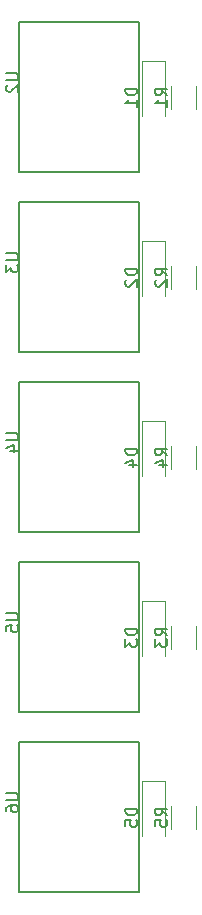
<source format=gbr>
G04 #@! TF.GenerationSoftware,KiCad,Pcbnew,(5.0.0-rc2-dev-632-g76d3b6f04)*
G04 #@! TF.CreationDate,2018-11-25T05:17:50+09:00*
G04 #@! TF.ProjectId,I2C_color_sensor_v1,4932435F636F6C6F725F73656E736F72,rev?*
G04 #@! TF.SameCoordinates,Original*
G04 #@! TF.FileFunction,Legend,Bot*
G04 #@! TF.FilePolarity,Positive*
%FSLAX46Y46*%
G04 Gerber Fmt 4.6, Leading zero omitted, Abs format (unit mm)*
G04 Created by KiCad (PCBNEW (5.0.0-rc2-dev-632-g76d3b6f04)) date 11/25/18 05:17:50*
%MOMM*%
%LPD*%
G01*
G04 APERTURE LIST*
%ADD10C,0.150000*%
%ADD11C,0.120000*%
G04 APERTURE END LIST*
D10*
X158020000Y-94790000D02*
X158020000Y-107490000D01*
X147860000Y-94790000D02*
X158020000Y-94790000D01*
X147860000Y-107490000D02*
X147860000Y-94790000D01*
X158020000Y-107490000D02*
X147860000Y-107490000D01*
D11*
X158340000Y-67560000D02*
X158340000Y-72260000D01*
X160240000Y-67560000D02*
X160240000Y-72260000D01*
X158340000Y-67560000D02*
X160240000Y-67560000D01*
X158340000Y-82800000D02*
X160240000Y-82800000D01*
X160240000Y-82800000D02*
X160240000Y-87500000D01*
X158340000Y-82800000D02*
X158340000Y-87500000D01*
X158340000Y-113280000D02*
X158340000Y-117980000D01*
X160240000Y-113280000D02*
X160240000Y-117980000D01*
X158340000Y-113280000D02*
X160240000Y-113280000D01*
X158340000Y-98040000D02*
X160240000Y-98040000D01*
X160240000Y-98040000D02*
X160240000Y-102740000D01*
X158340000Y-98040000D02*
X158340000Y-102740000D01*
X158340000Y-128520000D02*
X158340000Y-133220000D01*
X160240000Y-128520000D02*
X160240000Y-133220000D01*
X158340000Y-128520000D02*
X160240000Y-128520000D01*
D10*
X158020000Y-64310000D02*
X158020000Y-77010000D01*
X147860000Y-64310000D02*
X158020000Y-64310000D01*
X147860000Y-77010000D02*
X147860000Y-64310000D01*
X158020000Y-77010000D02*
X147860000Y-77010000D01*
X158020000Y-92250000D02*
X147860000Y-92250000D01*
X147860000Y-92250000D02*
X147860000Y-79550000D01*
X147860000Y-79550000D02*
X158020000Y-79550000D01*
X158020000Y-79550000D02*
X158020000Y-92250000D01*
X158020000Y-122730000D02*
X147860000Y-122730000D01*
X147860000Y-122730000D02*
X147860000Y-110030000D01*
X147860000Y-110030000D02*
X158020000Y-110030000D01*
X158020000Y-110030000D02*
X158020000Y-122730000D01*
X158020000Y-125270000D02*
X158020000Y-137970000D01*
X147860000Y-125270000D02*
X158020000Y-125270000D01*
X147860000Y-137970000D02*
X147860000Y-125270000D01*
X158020000Y-137970000D02*
X147860000Y-137970000D01*
D11*
X162900000Y-71660000D02*
X162900000Y-69660000D01*
X160760000Y-69660000D02*
X160760000Y-71660000D01*
X160760000Y-84900000D02*
X160760000Y-86900000D01*
X162900000Y-86900000D02*
X162900000Y-84900000D01*
X162900000Y-117380000D02*
X162900000Y-115380000D01*
X160760000Y-115380000D02*
X160760000Y-117380000D01*
X160760000Y-100140000D02*
X160760000Y-102140000D01*
X162900000Y-102140000D02*
X162900000Y-100140000D01*
X162900000Y-132620000D02*
X162900000Y-130620000D01*
X160760000Y-130620000D02*
X160760000Y-132620000D01*
D10*
X146812380Y-99108095D02*
X147621904Y-99108095D01*
X147717142Y-99155714D01*
X147764761Y-99203333D01*
X147812380Y-99298571D01*
X147812380Y-99489047D01*
X147764761Y-99584285D01*
X147717142Y-99631904D01*
X147621904Y-99679523D01*
X146812380Y-99679523D01*
X147145714Y-100584285D02*
X147812380Y-100584285D01*
X146764761Y-100346190D02*
X147479047Y-100108095D01*
X147479047Y-100727142D01*
X157892380Y-69921904D02*
X156892380Y-69921904D01*
X156892380Y-70160000D01*
X156940000Y-70302857D01*
X157035238Y-70398095D01*
X157130476Y-70445714D01*
X157320952Y-70493333D01*
X157463809Y-70493333D01*
X157654285Y-70445714D01*
X157749523Y-70398095D01*
X157844761Y-70302857D01*
X157892380Y-70160000D01*
X157892380Y-69921904D01*
X157892380Y-71445714D02*
X157892380Y-70874285D01*
X157892380Y-71160000D02*
X156892380Y-71160000D01*
X157035238Y-71064761D01*
X157130476Y-70969523D01*
X157178095Y-70874285D01*
X157892380Y-85161904D02*
X156892380Y-85161904D01*
X156892380Y-85400000D01*
X156940000Y-85542857D01*
X157035238Y-85638095D01*
X157130476Y-85685714D01*
X157320952Y-85733333D01*
X157463809Y-85733333D01*
X157654285Y-85685714D01*
X157749523Y-85638095D01*
X157844761Y-85542857D01*
X157892380Y-85400000D01*
X157892380Y-85161904D01*
X156987619Y-86114285D02*
X156940000Y-86161904D01*
X156892380Y-86257142D01*
X156892380Y-86495238D01*
X156940000Y-86590476D01*
X156987619Y-86638095D01*
X157082857Y-86685714D01*
X157178095Y-86685714D01*
X157320952Y-86638095D01*
X157892380Y-86066666D01*
X157892380Y-86685714D01*
X157892380Y-115641904D02*
X156892380Y-115641904D01*
X156892380Y-115880000D01*
X156940000Y-116022857D01*
X157035238Y-116118095D01*
X157130476Y-116165714D01*
X157320952Y-116213333D01*
X157463809Y-116213333D01*
X157654285Y-116165714D01*
X157749523Y-116118095D01*
X157844761Y-116022857D01*
X157892380Y-115880000D01*
X157892380Y-115641904D01*
X156892380Y-116546666D02*
X156892380Y-117165714D01*
X157273333Y-116832380D01*
X157273333Y-116975238D01*
X157320952Y-117070476D01*
X157368571Y-117118095D01*
X157463809Y-117165714D01*
X157701904Y-117165714D01*
X157797142Y-117118095D01*
X157844761Y-117070476D01*
X157892380Y-116975238D01*
X157892380Y-116689523D01*
X157844761Y-116594285D01*
X157797142Y-116546666D01*
X157892380Y-100401904D02*
X156892380Y-100401904D01*
X156892380Y-100640000D01*
X156940000Y-100782857D01*
X157035238Y-100878095D01*
X157130476Y-100925714D01*
X157320952Y-100973333D01*
X157463809Y-100973333D01*
X157654285Y-100925714D01*
X157749523Y-100878095D01*
X157844761Y-100782857D01*
X157892380Y-100640000D01*
X157892380Y-100401904D01*
X157225714Y-101830476D02*
X157892380Y-101830476D01*
X156844761Y-101592380D02*
X157559047Y-101354285D01*
X157559047Y-101973333D01*
X157892380Y-130881904D02*
X156892380Y-130881904D01*
X156892380Y-131120000D01*
X156940000Y-131262857D01*
X157035238Y-131358095D01*
X157130476Y-131405714D01*
X157320952Y-131453333D01*
X157463809Y-131453333D01*
X157654285Y-131405714D01*
X157749523Y-131358095D01*
X157844761Y-131262857D01*
X157892380Y-131120000D01*
X157892380Y-130881904D01*
X156892380Y-132358095D02*
X156892380Y-131881904D01*
X157368571Y-131834285D01*
X157320952Y-131881904D01*
X157273333Y-131977142D01*
X157273333Y-132215238D01*
X157320952Y-132310476D01*
X157368571Y-132358095D01*
X157463809Y-132405714D01*
X157701904Y-132405714D01*
X157797142Y-132358095D01*
X157844761Y-132310476D01*
X157892380Y-132215238D01*
X157892380Y-131977142D01*
X157844761Y-131881904D01*
X157797142Y-131834285D01*
X146812380Y-68628095D02*
X147621904Y-68628095D01*
X147717142Y-68675714D01*
X147764761Y-68723333D01*
X147812380Y-68818571D01*
X147812380Y-69009047D01*
X147764761Y-69104285D01*
X147717142Y-69151904D01*
X147621904Y-69199523D01*
X146812380Y-69199523D01*
X146907619Y-69628095D02*
X146860000Y-69675714D01*
X146812380Y-69770952D01*
X146812380Y-70009047D01*
X146860000Y-70104285D01*
X146907619Y-70151904D01*
X147002857Y-70199523D01*
X147098095Y-70199523D01*
X147240952Y-70151904D01*
X147812380Y-69580476D01*
X147812380Y-70199523D01*
X146812380Y-83868095D02*
X147621904Y-83868095D01*
X147717142Y-83915714D01*
X147764761Y-83963333D01*
X147812380Y-84058571D01*
X147812380Y-84249047D01*
X147764761Y-84344285D01*
X147717142Y-84391904D01*
X147621904Y-84439523D01*
X146812380Y-84439523D01*
X146812380Y-84820476D02*
X146812380Y-85439523D01*
X147193333Y-85106190D01*
X147193333Y-85249047D01*
X147240952Y-85344285D01*
X147288571Y-85391904D01*
X147383809Y-85439523D01*
X147621904Y-85439523D01*
X147717142Y-85391904D01*
X147764761Y-85344285D01*
X147812380Y-85249047D01*
X147812380Y-84963333D01*
X147764761Y-84868095D01*
X147717142Y-84820476D01*
X146812380Y-114348095D02*
X147621904Y-114348095D01*
X147717142Y-114395714D01*
X147764761Y-114443333D01*
X147812380Y-114538571D01*
X147812380Y-114729047D01*
X147764761Y-114824285D01*
X147717142Y-114871904D01*
X147621904Y-114919523D01*
X146812380Y-114919523D01*
X146812380Y-115871904D02*
X146812380Y-115395714D01*
X147288571Y-115348095D01*
X147240952Y-115395714D01*
X147193333Y-115490952D01*
X147193333Y-115729047D01*
X147240952Y-115824285D01*
X147288571Y-115871904D01*
X147383809Y-115919523D01*
X147621904Y-115919523D01*
X147717142Y-115871904D01*
X147764761Y-115824285D01*
X147812380Y-115729047D01*
X147812380Y-115490952D01*
X147764761Y-115395714D01*
X147717142Y-115348095D01*
X146812380Y-129588095D02*
X147621904Y-129588095D01*
X147717142Y-129635714D01*
X147764761Y-129683333D01*
X147812380Y-129778571D01*
X147812380Y-129969047D01*
X147764761Y-130064285D01*
X147717142Y-130111904D01*
X147621904Y-130159523D01*
X146812380Y-130159523D01*
X146812380Y-131064285D02*
X146812380Y-130873809D01*
X146860000Y-130778571D01*
X146907619Y-130730952D01*
X147050476Y-130635714D01*
X147240952Y-130588095D01*
X147621904Y-130588095D01*
X147717142Y-130635714D01*
X147764761Y-130683333D01*
X147812380Y-130778571D01*
X147812380Y-130969047D01*
X147764761Y-131064285D01*
X147717142Y-131111904D01*
X147621904Y-131159523D01*
X147383809Y-131159523D01*
X147288571Y-131111904D01*
X147240952Y-131064285D01*
X147193333Y-130969047D01*
X147193333Y-130778571D01*
X147240952Y-130683333D01*
X147288571Y-130635714D01*
X147383809Y-130588095D01*
X160432380Y-70493333D02*
X159956190Y-70160000D01*
X160432380Y-69921904D02*
X159432380Y-69921904D01*
X159432380Y-70302857D01*
X159480000Y-70398095D01*
X159527619Y-70445714D01*
X159622857Y-70493333D01*
X159765714Y-70493333D01*
X159860952Y-70445714D01*
X159908571Y-70398095D01*
X159956190Y-70302857D01*
X159956190Y-69921904D01*
X160432380Y-71445714D02*
X160432380Y-70874285D01*
X160432380Y-71160000D02*
X159432380Y-71160000D01*
X159575238Y-71064761D01*
X159670476Y-70969523D01*
X159718095Y-70874285D01*
X160432380Y-85733333D02*
X159956190Y-85400000D01*
X160432380Y-85161904D02*
X159432380Y-85161904D01*
X159432380Y-85542857D01*
X159480000Y-85638095D01*
X159527619Y-85685714D01*
X159622857Y-85733333D01*
X159765714Y-85733333D01*
X159860952Y-85685714D01*
X159908571Y-85638095D01*
X159956190Y-85542857D01*
X159956190Y-85161904D01*
X159527619Y-86114285D02*
X159480000Y-86161904D01*
X159432380Y-86257142D01*
X159432380Y-86495238D01*
X159480000Y-86590476D01*
X159527619Y-86638095D01*
X159622857Y-86685714D01*
X159718095Y-86685714D01*
X159860952Y-86638095D01*
X160432380Y-86066666D01*
X160432380Y-86685714D01*
X160432380Y-116213333D02*
X159956190Y-115880000D01*
X160432380Y-115641904D02*
X159432380Y-115641904D01*
X159432380Y-116022857D01*
X159480000Y-116118095D01*
X159527619Y-116165714D01*
X159622857Y-116213333D01*
X159765714Y-116213333D01*
X159860952Y-116165714D01*
X159908571Y-116118095D01*
X159956190Y-116022857D01*
X159956190Y-115641904D01*
X159432380Y-116546666D02*
X159432380Y-117165714D01*
X159813333Y-116832380D01*
X159813333Y-116975238D01*
X159860952Y-117070476D01*
X159908571Y-117118095D01*
X160003809Y-117165714D01*
X160241904Y-117165714D01*
X160337142Y-117118095D01*
X160384761Y-117070476D01*
X160432380Y-116975238D01*
X160432380Y-116689523D01*
X160384761Y-116594285D01*
X160337142Y-116546666D01*
X160432380Y-100973333D02*
X159956190Y-100640000D01*
X160432380Y-100401904D02*
X159432380Y-100401904D01*
X159432380Y-100782857D01*
X159480000Y-100878095D01*
X159527619Y-100925714D01*
X159622857Y-100973333D01*
X159765714Y-100973333D01*
X159860952Y-100925714D01*
X159908571Y-100878095D01*
X159956190Y-100782857D01*
X159956190Y-100401904D01*
X159765714Y-101830476D02*
X160432380Y-101830476D01*
X159384761Y-101592380D02*
X160099047Y-101354285D01*
X160099047Y-101973333D01*
X160432380Y-131453333D02*
X159956190Y-131120000D01*
X160432380Y-130881904D02*
X159432380Y-130881904D01*
X159432380Y-131262857D01*
X159480000Y-131358095D01*
X159527619Y-131405714D01*
X159622857Y-131453333D01*
X159765714Y-131453333D01*
X159860952Y-131405714D01*
X159908571Y-131358095D01*
X159956190Y-131262857D01*
X159956190Y-130881904D01*
X159432380Y-132358095D02*
X159432380Y-131881904D01*
X159908571Y-131834285D01*
X159860952Y-131881904D01*
X159813333Y-131977142D01*
X159813333Y-132215238D01*
X159860952Y-132310476D01*
X159908571Y-132358095D01*
X160003809Y-132405714D01*
X160241904Y-132405714D01*
X160337142Y-132358095D01*
X160384761Y-132310476D01*
X160432380Y-132215238D01*
X160432380Y-131977142D01*
X160384761Y-131881904D01*
X160337142Y-131834285D01*
M02*

</source>
